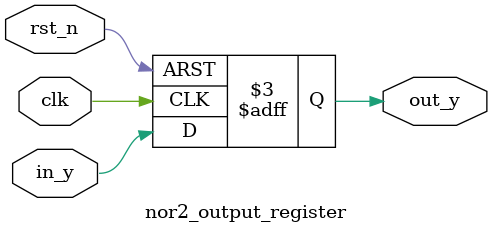
<source format=sv>
module nor2_pipeline (
    input  wire clk,
    input  wire rst_n,
    input  wire in_a,
    input  wire in_b,
    output wire out_y
);

    // Internal signals for inter-stage connections
    wire stage1_a_out;
    wire stage1_b_out;
    wire stage2_nor_out;
    wire stage3_out;

    // Stage 1: Input register module
    nor2_input_register u_input_register (
        .clk        (clk),
        .rst_n      (rst_n),
        .in_a       (in_a),
        .in_b       (in_b),
        .reg_a_out  (stage1_a_out),
        .reg_b_out  (stage1_b_out)
    );

    // Stage 2: Combinational NOR logic register module
    nor2_logic_register u_logic_register (
        .clk        (clk),
        .rst_n      (rst_n),
        .in_a       (stage1_a_out),
        .in_b       (stage1_b_out),
        .nor_out    (stage2_nor_out)
    );

    // Stage 3: Output register module
    nor2_output_register u_output_register (
        .clk        (clk),
        .rst_n      (rst_n),
        .in_y       (stage2_nor_out),
        .out_y      (stage3_out)
    );

    assign out_y = stage3_out;

endmodule

// ---------------------------------------------------------------------------
// Submodule: nor2_input_register
// Description: Registers input signals in_a and in_b on rising edge of clk
// ---------------------------------------------------------------------------
module nor2_input_register (
    input  wire clk,
    input  wire rst_n,
    input  wire in_a,
    input  wire in_b,
    output reg  reg_a_out,
    output reg  reg_b_out
);
    always @(posedge clk or negedge rst_n) begin
        if (!rst_n) begin
            reg_a_out <= 1'b0;
            reg_b_out <= 1'b0;
        end else begin
            reg_a_out <= in_a;
            reg_b_out <= in_b;
        end
    end
endmodule

// ---------------------------------------------------------------------------
// Submodule: nor2_logic_register
// Description: Computes NOR of two registered inputs and registers the result
// ---------------------------------------------------------------------------
module nor2_logic_register (
    input  wire clk,
    input  wire rst_n,
    input  wire in_a,
    input  wire in_b,
    output reg  nor_out
);
    always @(posedge clk or negedge rst_n) begin
        if (!rst_n) begin
            nor_out <= 1'b0;
        end else begin
            nor_out <= (~in_a) & (~in_b);
        end
    end
endmodule

// ---------------------------------------------------------------------------
// Submodule: nor2_output_register
// Description: Registers the final NOR output result
// ---------------------------------------------------------------------------
module nor2_output_register (
    input  wire clk,
    input  wire rst_n,
    input  wire in_y,
    output reg  out_y
);
    always @(posedge clk or negedge rst_n) begin
        if (!rst_n) begin
            out_y <= 1'b0;
        end else begin
            out_y <= in_y;
        end
    end
endmodule
</source>
